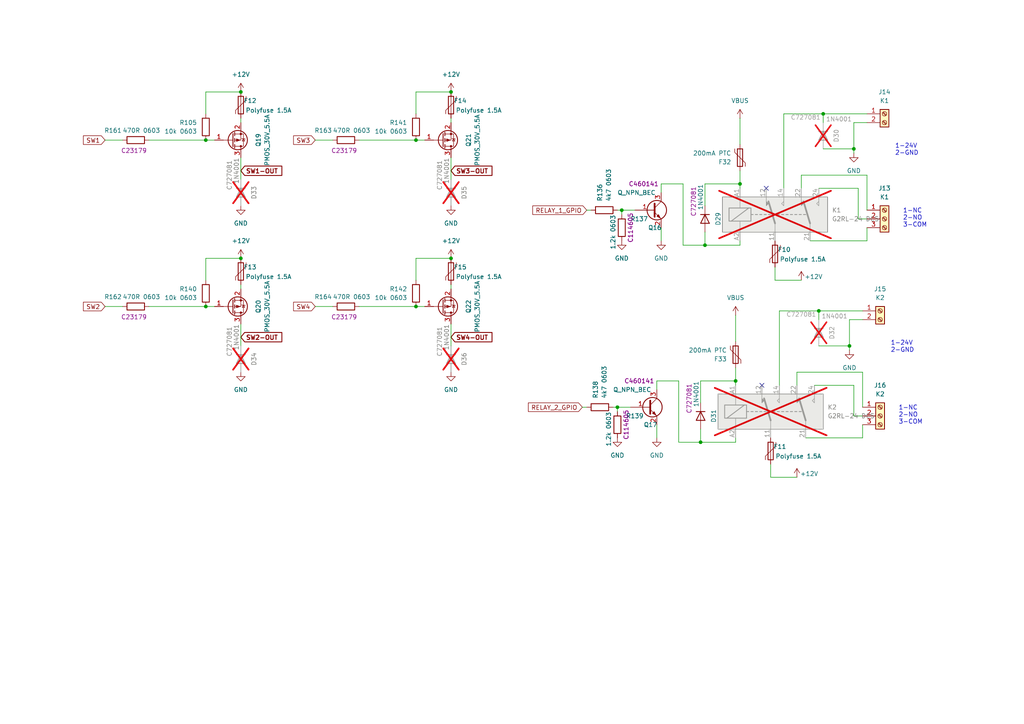
<source format=kicad_sch>
(kicad_sch (version 20250114) (generator "eeschema") (generator_version "9.0")
  (paper "A4")
  (title_block (title "VehicleMan") (date "2025-03-04") (rev "0") (company "©CC-BY-NC") (comment 1 "https://github.com/skrubis/vectrix-vehicleman"))
  (lib_symbols
    (symbol "Connector:Screw_Terminal_01x02" (pin_names (offset 1.016) (hide yes))
      (property "Reference" "J" (at 0 2.54 0))
      (property "Value" "Screw_Terminal_01x02" (at 0 -5.08 0))
      (symbol "Screw_Terminal_01x02_1_1"
        (rectangle (start -1.27 1.27) (end 1.27 -3.81) (stroke (width 0.254)) (fill (type background)))
        (polyline (pts (xy -0.5334 0.3302) (xy 0.3302 -0.508)) (stroke (width 0.1524)))
        (polyline (pts (xy -0.5334 -2.2098) (xy 0.3302 -3.048)) (stroke (width 0.1524)))
        (polyline (pts (xy -0.3556 0.508) (xy 0.508 -0.3302)) (stroke (width 0.1524)))
        (polyline (pts (xy -0.3556 -2.032) (xy 0.508 -2.8702)) (stroke (width 0.1524)))
        (circle (center 0 0) (radius 0.635) (stroke (width 0.1524)))
        (circle (center 0 -2.54) (radius 0.635) (stroke (width 0.1524)))
        (pin passive line (at -5.08 0 0) (length 3.81) (name "Pin_1") (number "1"))
        (pin passive line (at -5.08 -2.54 0) (length 3.81) (name "Pin_2") (number "2"))
      )
    )
    (symbol "Connector:Screw_Terminal_01x03" (pin_names (offset 1.016) (hide yes))
      (property "Reference" "J" (at 0 5.08 0))
      (property "Value" "Screw_Terminal_01x03" (at 0 -5.08 0))
      (symbol "Screw_Terminal_01x03_1_1"
        (rectangle (start -1.27 3.81) (end 1.27 -3.81) (stroke (width 0.254)) (fill (type background)))
        (polyline (pts (xy -0.5334 2.8702) (xy 0.3302 2.032)) (stroke (width 0.1524)))
        (polyline (pts (xy -0.5334 0.3302) (xy 0.3302 -0.508)) (stroke (width 0.1524)))
        (polyline (pts (xy -0.5334 -2.2098) (xy 0.3302 -3.048)) (stroke (width 0.1524)))
        (polyline (pts (xy -0.3556 3.048) (xy 0.508 2.2098)) (stroke (width 0.1524)))
        (polyline (pts (xy -0.3556 0.508) (xy 0.508 -0.3302)) (stroke (width 0.1524)))
        (polyline (pts (xy -0.3556 -2.032) (xy 0.508 -2.8702)) (stroke (width 0.1524)))
        (circle (center 0 2.54) (radius 0.635) (stroke (width 0.1524)))
        (circle (center 0 0) (radius 0.635) (stroke (width 0.1524)))
        (circle (center 0 -2.54) (radius 0.635) (stroke (width 0.1524)))
        (pin passive line (at -5.08 2.54 0) (length 3.81) (name "Pin_1") (number "1"))
        (pin passive line (at -5.08 0 0) (length 3.81) (name "Pin_2") (number "2"))
        (pin passive line (at -5.08 -2.54 0) (length 3.81) (name "Pin_3") (number "3"))
      )
    )
    (symbol "Device:Polyfuse" (pin_numbers (hide yes)) (pin_names (offset 0))
      (property "Reference" "F" (at -2.54 0 90))
      (property "Value" "Polyfuse" (at 2.54 0 90))
      (symbol "Polyfuse_0_1"
        (polyline (pts (xy -1.524 2.54) (xy -1.524 1.524) (xy 1.524 -1.524) (xy 1.524 -2.54)))
        (rectangle (start -0.762 2.54) (end 0.762 -2.54) (stroke (width 0.254)))
        (polyline (pts (xy 0 2.54) (xy 0 -2.54)))
      )
      (symbol "Polyfuse_1_1"
        (pin passive line (at 0 3.81 270) (length 1.27) (name "~") (number "1"))
        (pin passive line (at 0 -3.81 90) (length 1.27) (name "~") (number "2"))
      )
    )
    (symbol "Device:Q_NPN_BEC" (pin_names (offset 0) (hide yes))
      (property "Reference" "Q?" (at 5.08 1.2701 0))
      (property "Value" "Q_NPN_BEC" (at 5.08 -1.2699 0))
      (property "LCSC" "C460141" (at 0 0 0))
      (symbol "Q_NPN_BEC_0_1"
        (polyline (pts (xy 0.635 1.905) (xy 0.635 -1.905) (xy 0.635 -1.905)) (stroke (width 0.508)))
        (polyline (pts (xy 0.635 0.635) (xy 2.54 2.54)))
        (polyline (pts (xy 0.635 -0.635) (xy 2.54 -2.54) (xy 2.54 -2.54)))
        (circle (center 1.27 0) (radius 2.8194) (stroke (width 0.254)))
        (polyline (pts (xy 1.27 -1.778) (xy 1.778 -1.27) (xy 2.286 -2.286) (xy 1.27 -1.778) (xy 1.27 -1.778)) (fill (type outline)))
      )
      (symbol "Q_NPN_BEC_1_1"
        (pin input line (at -5.08 0 0) (length 5.715) (name "B") (number "1"))
        (pin passive line (at 2.54 5.08 270) (length 2.54) (name "C") (number "3"))
        (pin passive line (at 2.54 -5.08 90) (length 2.54) (name "E") (number "2"))
      )
    )
    (symbol "Device:R" (pin_numbers (hide yes)) (pin_names (offset 0))
      (property "Reference" "R?" (at 2.54 1.2701 0))
      (property "Value" "R" (at 2.54 -1.2699 0))
      (property "LCSC" "C2907166" (at 0 0 0))
      (symbol "R_0_1"
        (rectangle (start -1.016 -2.54) (end 1.016 2.54) (stroke (width 0.254)))
      )
      (symbol "R_1_1"
        (pin passive line (at 0 3.81 270) (length 1.27) (name "~") (number "1"))
        (pin passive line (at 0 -3.81 90) (length 1.27) (name "~") (number "2"))
      )
    )
    (symbol "Diode:1N4001" (pin_numbers (hide yes)) (pin_names (offset 1.016) (hide yes))
      (property "Reference" "D?" (at -2.54 2.54 0))
      (property "Value" "1N4001" (at 0 -2.54 0))
      (property "LCSC" "C2898400" (at 0 0 0))
      (symbol "1N4001_0_1"
        (polyline (pts (xy -1.27 1.27) (xy -1.27 -1.27)) (stroke (width 0.254)))
        (polyline (pts (xy 1.27 1.27) (xy 1.27 -1.27) (xy -1.27 0) (xy 1.27 1.27)) (stroke (width 0.254)))
        (polyline (pts (xy 1.27 0) (xy -1.27 0)))
      )
      (symbol "1N4001_1_1"
        (pin passive line (at -3.81 0 0) (length 2.54) (name "K") (number "1"))
        (pin passive line (at 3.81 0 180) (length 2.54) (name "A") (number "2"))
      )
    )
    (symbol "Relay:G2RL-2"
      (property "Reference" "K" (at 16.51 3.81 0))
      (property "Value" "G2RL-2" (at 16.51 1.27 0))
      (symbol "G2RL-2_0_1"
        (rectangle (start -15.24 5.08) (end 15.24 -5.08) (stroke (width 0.254)) (fill (type background)))
        (rectangle (start -13.335 1.905) (end -6.985 -1.905) (stroke (width 0.254)))
        (polyline (pts (xy -12.7 -1.905) (xy -7.62 1.905)) (stroke (width 0.254)))
        (polyline (pts (xy -10.16 5.08) (xy -10.16 1.905)))
        (polyline (pts (xy -10.16 -5.08) (xy -10.16 -1.905)))
        (polyline (pts (xy -6.985 0) (xy -6.35 0)) (stroke (width 0.254)))
        (polyline (pts (xy -5.715 0) (xy -5.08 0)) (stroke (width 0.254)))
        (polyline (pts (xy -4.445 0) (xy -3.81 0)) (stroke (width 0.254)))
        (polyline (pts (xy -3.175 0) (xy -2.54 0)) (stroke (width 0.254)))
        (polyline (pts (xy -2.54 5.08) (xy -2.54 2.54) (xy -1.905 3.175) (xy -2.54 3.81)) (fill (type outline)))
        (polyline (pts (xy -1.905 0) (xy -1.27 0)) (stroke (width 0.254)))
        (polyline (pts (xy -0.635 0) (xy 0 0)) (stroke (width 0.254)))
        (polyline (pts (xy 0 -2.54) (xy -1.905 3.81)) (stroke (width 0.508)))
        (polyline (pts (xy 0 -2.54) (xy 0 -5.08)))
        (polyline (pts (xy 0.635 0) (xy 1.27 0)) (stroke (width 0.254)))
        (polyline (pts (xy 1.905 0) (xy 2.54 0)) (stroke (width 0.254)))
        (polyline (pts (xy 2.54 5.08) (xy 2.54 2.54) (xy 1.905 3.175) (xy 2.54 3.81)))
        (polyline (pts (xy 3.175 0) (xy 3.81 0)) (stroke (width 0.254)))
        (polyline (pts (xy 4.445 0) (xy 5.08 0)) (stroke (width 0.254)))
        (polyline (pts (xy 5.715 0) (xy 6.35 0)) (stroke (width 0.254)))
        (polyline (pts (xy 6.985 0) (xy 7.62 0)) (stroke (width 0.254)))
        (polyline (pts (xy 7.62 5.08) (xy 7.62 2.54) (xy 8.255 3.175) (xy 7.62 3.81)) (fill (type outline)))
        (polyline (pts (xy 8.255 0) (xy 8.89 0)) (stroke (width 0.254)))
        (polyline (pts (xy 10.16 -2.54) (xy 8.255 3.81)) (stroke (width 0.508)))
        (polyline (pts (xy 10.16 -2.54) (xy 10.16 -5.08)))
        (polyline (pts (xy 12.7 5.08) (xy 12.7 2.54) (xy 12.065 3.175) (xy 12.7 3.81)))
      )
      (symbol "G2RL-2_1_1"
        (pin passive line (at -10.16 7.62 270) (length 2.54) (name "~") (number "A1"))
        (pin passive line (at -10.16 -7.62 90) (length 2.54) (name "~") (number "A2"))
        (pin passive line (at -2.54 7.62 270) (length 2.54) (name "~") (number "12"))
        (pin passive line (at 0 -7.62 90) (length 2.54) (name "~") (number "11"))
        (pin passive line (at 2.54 7.62 270) (length 2.54) (name "~") (number "14"))
        (pin passive line (at 7.62 7.62 270) (length 2.54) (name "~") (number "22"))
        (pin passive line (at 10.16 -7.62 90) (length 2.54) (name "~") (number "21"))
        (pin passive line (at 12.7 7.62 270) (length 2.54) (name "~") (number "24"))
      )
    )
    (symbol "Skrubis:Q_PMOS_30V_5.5A_SOT23" (pin_names (offset 0) (hide yes))
      (property "Reference" "Q?" (at 6.35 1.2701 0))
      (property "Value" "Q_PMOS_30V_5.5A_SOT23" (at 6.35 -1.2699 0))
      (property "LCSC" "C105162" (at 0 0 0))
      (property "STOCK" "N" (at 0 0 0))
      (symbol "Q_PMOS_30V_5.5A_SOT23_0_1"
        (polyline (pts (xy 0.254 1.905) (xy 0.254 -1.905)) (stroke (width 0.254)))
        (polyline (pts (xy 0.254 0) (xy -2.54 0)))
        (polyline (pts (xy 0.762 2.286) (xy 0.762 1.27)) (stroke (width 0.254)))
        (polyline (pts (xy 0.762 1.778) (xy 3.302 1.778) (xy 3.302 -1.778) (xy 0.762 -1.778)))
        (polyline (pts (xy 0.762 0.508) (xy 0.762 -0.508)) (stroke (width 0.254)))
        (polyline (pts (xy 0.762 -1.27) (xy 0.762 -2.286)) (stroke (width 0.254)))
        (circle (center 1.651 0) (radius 2.794) (stroke (width 0.254)))
        (polyline (pts (xy 2.286 0) (xy 1.27 0.381) (xy 1.27 -0.381) (xy 2.286 0)) (fill (type outline)))
        (polyline (pts (xy 2.54 2.54) (xy 2.54 1.778)))
        (circle (center 2.54 1.778) (radius 0.254) (fill (type outline)))
        (circle (center 2.54 -1.778) (radius 0.254) (fill (type outline)))
        (polyline (pts (xy 2.54 -2.54) (xy 2.54 0) (xy 0.762 0)))
        (polyline (pts (xy 2.794 -0.508) (xy 2.921 -0.381) (xy 3.683 -0.381) (xy 3.81 -0.254)))
        (polyline (pts (xy 3.302 -0.381) (xy 2.921 0.254) (xy 3.683 0.254) (xy 3.302 -0.381)))
      )
      (symbol "Q_PMOS_30V_5.5A_SOT23_1_1"
        (pin input line (at -5.08 0 0) (length 2.54) (name "G") (number "1"))
        (pin passive line (at 2.54 5.08 270) (length 2.54) (name "D") (number "3"))
        (pin passive line (at 2.54 -5.08 90) (length 2.54) (name "S") (number "2"))
      )
    )
    (symbol "power:+12V" (power) (pin_numbers (hide yes)) (pin_names (offset 0) (hide yes))
      (property "Value" "+12V" (at 0 3.556 0))
      (symbol "+12V_0_1"
        (polyline (pts (xy -0.762 1.27) (xy 0 2.54)))
        (polyline (pts (xy 0 2.54) (xy 0.762 1.27)))
        (polyline (pts (xy 0 0) (xy 0 2.54)))
      )
      (symbol "+12V_1_1"
        (pin power_in line (at 0 0 90) (length 0) (name "~") (number "1"))
      )
    )
    (symbol "power:GND" (power) (pin_names (offset 0))
      (property "Value" "GND" (at 0 -3.81 0))
      (symbol "GND_0_1"
        (polyline (pts (xy 0 0) (xy 0 -1.27) (xy 1.27 -1.27) (xy 0 -2.54) (xy -1.27 -1.27) (xy 0 -1.27)))
      )
      (symbol "GND_1_1"
        (pin power_in line (at 0 0 270) (length 0) (hide yes) (name "GND") (number "1"))
      )
    )
    (symbol "power:VBUS" (power) (pin_numbers (hide yes)) (pin_names (offset 0) (hide yes))
      (property "Value" "VBUS" (at 0 3.556 0))
      (symbol "VBUS_0_1"
        (polyline (pts (xy -0.762 1.27) (xy 0 2.54)))
        (polyline (pts (xy 0 2.54) (xy 0.762 1.27)))
        (polyline (pts (xy 0 0) (xy 0 2.54)))
      )
      (symbol "VBUS_1_1"
        (pin power_in line (at 0 0 90) (length 0) (name "~") (number "1"))
      )
    )
  )
  (text "1-NC\n2-NO\n3-COM\n" (at 260.604 123.19 0) (effects (font (size 1.27 1.27)) (justify left bottom)))
  (text "1-NC\n2-NO\n3-COM\n" (at 261.874 66.04 0) (effects (font (size 1.27 1.27)) (justify left bottom)))
  (text "1-24V\n2-GND" (at 259.588 45.212 0) (effects (font (size 1.27 1.27)) (justify left bottom)))
  (text "1-24V\n2-GND" (at 258.318 102.362 0) (effects (font (size 1.27 1.27)) (justify left bottom)))
  (junction (at 59.69 40.64))
  (junction (at 120.65 88.9))
  (junction (at 213.36 110.49))
  (junction (at 130.81 26.67))
  (junction (at 204.47 71.12))
  (junction (at 69.85 26.67))
  (junction (at 179.07 118.11))
  (junction (at 130.81 74.93))
  (junction (at 203.2 128.27))
  (junction (at 247.65 43.18))
  (junction (at 237.49 90.17))
  (junction (at 238.76 33.02))
  (junction (at 214.63 53.34))
  (junction (at 120.65 40.64))
  (junction (at 246.38 100.33))
  (junction (at 59.69 88.9))
  (junction (at 69.85 74.93))
  (junction (at 180.34 60.96))
  (no_connect (at 220.98 111.76))
  (no_connect (at 222.25 54.61))
  (wire (pts (xy 69.85 34.29) (xy 69.85 35.56)))
  (wire (pts (xy 223.52 138.43) (xy 223.52 134.62)))
  (wire (pts (xy 227.33 33.02) (xy 238.76 33.02)))
  (wire (pts (xy 43.18 40.64) (xy 59.69 40.64)))
  (wire (pts (xy 69.85 52.07) (xy 69.85 45.72)))
  (wire (pts (xy 232.41 54.61) (xy 232.41 50.8)))
  (wire (pts (xy 120.65 33.02) (xy 120.65 26.67)))
  (wire (pts (xy 180.34 60.96) (xy 184.15 60.96)))
  (wire (pts (xy 213.36 106.68) (xy 213.36 110.49)))
  (wire (pts (xy 247.65 35.56) (xy 251.46 35.56)))
  (wire (pts (xy 104.14 40.64) (xy 120.65 40.64)))
  (wire (pts (xy 120.65 40.64) (xy 123.19 40.64)))
  (wire (pts (xy 226.06 90.17) (xy 226.06 111.76)))
  (wire (pts (xy 236.22 111.76) (xy 247.65 111.76)))
  (wire (pts (xy 120.65 81.28) (xy 120.65 74.93)))
  (wire (pts (xy 214.63 49.53) (xy 214.63 53.34)))
  (wire (pts (xy 191.77 53.34) (xy 198.12 53.34)))
  (wire (pts (xy 238.76 33.02) (xy 238.76 35.56)))
  (wire (pts (xy 204.47 67.31) (xy 204.47 71.12)))
  (wire (pts (xy 227.33 33.02) (xy 227.33 54.61)))
  (wire (pts (xy 232.41 50.8) (xy 251.46 50.8)))
  (wire (pts (xy 203.2 110.49) (xy 203.2 116.84)))
  (wire (pts (xy 251.46 69.85) (xy 251.46 66.04)))
  (wire (pts (xy 247.65 43.18) (xy 247.65 44.45)))
  (wire (pts (xy 120.65 26.67) (xy 130.81 26.67)))
  (wire (pts (xy 246.38 92.71) (xy 250.19 92.71)))
  (wire (pts (xy 203.2 124.46) (xy 203.2 128.27)))
  (wire (pts (xy 179.07 60.96) (xy 180.34 60.96)))
  (wire (pts (xy 130.81 82.55) (xy 130.81 83.82)))
  (wire (pts (xy 238.76 43.18) (xy 247.65 43.18)))
  (wire (pts (xy 170.18 60.96) (xy 171.45 60.96)))
  (wire (pts (xy 91.44 40.64) (xy 96.52 40.64)))
  (wire (pts (xy 196.85 110.49) (xy 196.85 128.27)))
  (wire (pts (xy 251.46 50.8) (xy 251.46 60.96)))
  (wire (pts (xy 237.49 90.17) (xy 250.19 90.17)))
  (wire (pts (xy 179.07 118.11) (xy 182.88 118.11)))
  (wire (pts (xy 213.36 128.27) (xy 213.36 127)))
  (wire (pts (xy 104.14 88.9) (xy 120.65 88.9)))
  (wire (pts (xy 69.85 82.55) (xy 69.85 83.82)))
  (wire (pts (xy 59.69 88.9) (xy 62.23 88.9)))
  (wire (pts (xy 234.95 69.85) (xy 251.46 69.85)))
  (wire (pts (xy 226.06 90.17) (xy 237.49 90.17)))
  (wire (pts (xy 59.69 74.93) (xy 69.85 74.93)))
  (wire (pts (xy 237.49 90.17) (xy 237.49 92.71)))
  (wire (pts (xy 190.5 110.49) (xy 190.5 113.03)))
  (wire (pts (xy 91.44 88.9) (xy 96.52 88.9)))
  (wire (pts (xy 179.07 118.11) (xy 179.07 119.38)))
  (wire (pts (xy 190.5 123.19) (xy 190.5 127)))
  (wire (pts (xy 246.38 100.33) (xy 246.38 92.71)))
  (wire (pts (xy 213.36 91.44) (xy 213.36 99.06)))
  (wire (pts (xy 30.48 88.9) (xy 35.56 88.9)))
  (wire (pts (xy 30.48 40.64) (xy 35.56 40.64)))
  (wire (pts (xy 213.36 110.49) (xy 213.36 111.76)))
  (wire (pts (xy 248.92 63.5) (xy 251.46 63.5)))
  (wire (pts (xy 180.34 60.96) (xy 180.34 62.23)))
  (wire (pts (xy 59.69 40.64) (xy 62.23 40.64)))
  (wire (pts (xy 204.47 71.12) (xy 214.63 71.12)))
  (wire (pts (xy 204.47 53.34) (xy 204.47 59.69)))
  (wire (pts (xy 196.85 128.27) (xy 203.2 128.27)))
  (wire (pts (xy 247.65 111.76) (xy 247.65 120.65)))
  (wire (pts (xy 59.69 33.02) (xy 59.69 26.67)))
  (wire (pts (xy 224.79 81.28) (xy 224.79 77.47)))
  (wire (pts (xy 250.19 107.95) (xy 250.19 118.11)))
  (wire (pts (xy 237.49 54.61) (xy 248.92 54.61)))
  (wire (pts (xy 203.2 128.27) (xy 213.36 128.27)))
  (wire (pts (xy 177.8 118.11) (xy 179.07 118.11)))
  (wire (pts (xy 214.63 53.34) (xy 214.63 54.61)))
  (wire (pts (xy 59.69 81.28) (xy 59.69 74.93)))
  (wire (pts (xy 203.2 110.49) (xy 213.36 110.49)))
  (wire (pts (xy 130.81 52.07) (xy 130.81 45.72)))
  (wire (pts (xy 214.63 34.29) (xy 214.63 41.91)))
  (wire (pts (xy 237.49 100.33) (xy 246.38 100.33)))
  (wire (pts (xy 168.91 118.11) (xy 170.18 118.11)))
  (wire (pts (xy 69.85 100.33) (xy 69.85 93.98)))
  (wire (pts (xy 191.77 66.04) (xy 191.77 69.85)))
  (wire (pts (xy 238.76 33.02) (xy 251.46 33.02)))
  (wire (pts (xy 191.77 53.34) (xy 191.77 55.88)))
  (wire (pts (xy 247.65 43.18) (xy 247.65 35.56)))
  (wire (pts (xy 223.52 138.43) (xy 231.14 138.43)))
  (wire (pts (xy 59.69 26.67) (xy 69.85 26.67)))
  (wire (pts (xy 224.79 81.28) (xy 232.41 81.28)))
  (wire (pts (xy 204.47 53.34) (xy 214.63 53.34)))
  (wire (pts (xy 233.68 127) (xy 250.19 127)))
  (wire (pts (xy 250.19 127) (xy 250.19 123.19)))
  (wire (pts (xy 248.92 54.61) (xy 248.92 63.5)))
  (wire (pts (xy 43.18 88.9) (xy 59.69 88.9)))
  (wire (pts (xy 120.65 74.93) (xy 130.81 74.93)))
  (wire (pts (xy 130.81 100.33) (xy 130.81 93.98)))
  (wire (pts (xy 120.65 88.9) (xy 123.19 88.9)))
  (wire (pts (xy 247.65 120.65) (xy 250.19 120.65)))
  (wire (pts (xy 198.12 53.34) (xy 198.12 71.12)))
  (wire (pts (xy 214.63 71.12) (xy 214.63 69.85)))
  (wire (pts (xy 231.14 107.95) (xy 250.19 107.95)))
  (wire (pts (xy 198.12 71.12) (xy 204.47 71.12)))
  (wire (pts (xy 130.81 34.29) (xy 130.81 35.56)))
  (wire (pts (xy 190.5 110.49) (xy 196.85 110.49)))
  (wire (pts (xy 246.38 100.33) (xy 246.38 101.6)))
  (wire (pts (xy 231.14 111.76) (xy 231.14 107.95)))
  (global_label "SW2" (shape input) (at 30.48 88.9 180) (property "Intersheetrefs" "${INTERSHEET_REFS}" (effects (hide yes))))
  (global_label "RELAY_1_GPIO" (shape input) (at 170.18 60.96 180) (property "Intersheetrefs" "${INTERSHEET_REFS}" (effects (hide yes))))
  (global_label "SW2-OUT" (shape input) (at 69.85 97.79 0) (effects (font (thickness 0.254) (bold yes))) (property "Intersheetrefs" "${INTERSHEET_REFS}" (effects (hide yes))))
  (global_label "SW1-OUT" (shape input) (at 69.85 49.53 0) (effects (font (thickness 0.254) (bold yes))) (property "Intersheetrefs" "${INTERSHEET_REFS}" (effects (hide yes))))
  (global_label "SW1" (shape input) (at 30.48 40.64 180) (property "Intersheetrefs" "${INTERSHEET_REFS}" (effects (hide yes))))
  (global_label "RELAY_2_GPIO" (shape input) (at 168.91 118.11 180) (property "Intersheetrefs" "${INTERSHEET_REFS}" (effects (hide yes))))
  (global_label "SW4" (shape input) (at 91.44 88.9 180) (property "Intersheetrefs" "${INTERSHEET_REFS}" (effects (hide yes))))
  (global_label "SW4-OUT" (shape input) (at 130.81 97.79 0) (effects (font (thickness 0.254) (bold yes))) (property "Intersheetrefs" "${INTERSHEET_REFS}" (effects (hide yes))))
  (global_label "SW3" (shape input) (at 91.44 40.64 180) (property "Intersheetrefs" "${INTERSHEET_REFS}" (effects (hide yes))))
  (global_label "SW3-OUT" (shape input) (at 130.81 49.53 0) (effects (font (thickness 0.254) (bold yes))) (property "Intersheetrefs" "${INTERSHEET_REFS}" (effects (hide yes))))
  (symbol (lib_id "Device:R") (at 59.69 85.09 0) (mirror y) (unit 1)
    (property "Reference" "R140" (at 57.15 83.8199 0) (effects (justify left)))
    (property "Value" "10k 0603" (at 57.15 86.3599 0) (effects (justify left)))
    (property "Footprint" "Resistor_SMD:R_0603_1608Metric" (effects (hide yes)))
    (property "Description" "Resistor" (effects (hide yes)))
    (property "LCSC" "C2930027" (effects (hide yes)))
  )
  (symbol (lib_id "Skrubis:Q_PMOS_30V_5.5A_SOT23") (at 67.31 88.9 0) (mirror x) (unit 1)
    (property "Reference" "Q20" (at 74.93 88.9 90))
    (property "Value" "PMOS_30V_5.5A" (at 77.47 88.9 90))
    (property "Footprint" "Package_TO_SOT_SMD:SOT-23" (effects (hide yes)))
    (property "Datasheet" "https://datasheet.lcsc.com/lcsc/1810010212_Winsok-Semicon-WST3401_C105162.pdf" (effects (hide yes)))
    (property "LCSC" "C105162" (effects (hide yes)))
    (property "STOCK" "N" (effects (hide yes)))
  )
  (symbol (lib_id "Connector:Screw_Terminal_01x02") (at 256.54 33.02 0) (unit 1)
    (property "Reference" "J14" (at 256.54 26.67 0))
    (property "Value" "K1" (at 256.54 29.21 0))
    (property "Footprint" "TerminalBlock_Phoenix:TerminalBlock_Phoenix_MKDS-1,5-2-5.08_1x02_P5.08mm_Horizontal" (effects (hide yes)))
    (property "Description" "Generic screw terminal, single row, 01x02, script generated (kicad-library-utils/schlib/autogen/connector/)" (effects (hide yes)))
    (property "LCSC" "C8465" (effects (hide yes)))
  )
  (symbol (lib_id "power:GND") (at 179.07 127 0) (unit 1)
    (property "Reference" "#PWR0125" (effects (hide yes)))
    (property "Value" "GND" (at 179.07 132.08 0))
  )
  (symbol (lib_id "Device:R") (at 175.26 60.96 90) (unit 1)
    (property "Reference" "R136" (at 173.9899 58.42 0) (effects (justify left)))
    (property "Value" "4k7 0603" (at 176.5299 58.42 0) (effects (justify left)))
    (property "Footprint" "Resistor_SMD:R_0603_1608Metric" (effects (hide yes)))
    (property "Description" "Resistor" (effects (hide yes)))
    (property "LCSC" "C99782" (effects (hide yes)))
  )
  (symbol (lib_id "Device:R") (at 173.99 118.11 90) (unit 1)
    (property "Reference" "R138" (at 172.7199 115.57 0) (effects (justify left)))
    (property "Value" "4k7 0603" (at 175.2599 115.57 0) (effects (justify left)))
    (property "Footprint" "Resistor_SMD:R_0603_1608Metric" (effects (hide yes)))
    (property "Description" "Resistor" (effects (hide yes)))
    (property "LCSC" "C99782" (effects (hide yes)))
  )
  (symbol (lib_id "Connector:Screw_Terminal_01x02") (at 255.27 90.17 0) (unit 1)
    (property "Reference" "J15" (at 255.27 83.82 0))
    (property "Value" "K2" (at 255.27 86.36 0))
    (property "Footprint" "TerminalBlock_Phoenix:TerminalBlock_Phoenix_MKDS-1,5-2-5.08_1x02_P5.08mm_Horizontal" (effects (hide yes)))
    (property "Description" "Generic screw terminal, single row, 01x02, script generated (kicad-library-utils/schlib/autogen/connector/)" (effects (hide yes)))
    (property "LCSC" "C8465" (effects (hide yes)))
  )
  (symbol (lib_id "Device:R") (at 39.37 40.64 270) (unit 1)
    (property "Reference" "R161" (at 30.226 37.846 90) (effects (justify left)))
    (property "Value" "470R 0603" (at 35.56 37.846 90) (effects (justify left)))
    (property "Footprint" "Resistor_SMD:R_0603_1608Metric" (effects (hide yes)))
    (property "LCSC" "C23179" (at 38.862 43.688 90))
  )
  (symbol (lib_id "Device:R") (at 100.33 40.64 270) (unit 1)
    (property "Reference" "R163" (at 91.186 37.846 90) (effects (justify left)))
    (property "Value" "470R 0603" (at 96.52 37.846 90) (effects (justify left)))
    (property "Footprint" "Resistor_SMD:R_0603_1608Metric" (effects (hide yes)))
    (property "LCSC" "C23179" (at 99.822 43.688 90))
  )
  (symbol (lib_id "power:+12V") (at 130.81 74.93 0) (unit 1)
    (property "Reference" "#PWR0140" (effects (hide yes)))
    (property "Value" "+12V" (at 130.81 69.85 0))
    (property "Description" "Power symbol creates a global label with name \"+12V\"" (effects (hide yes)))
  )
  (symbol (lib_id "Device:R") (at 120.65 85.09 0) (mirror y) (unit 1)
    (property "Reference" "R142" (at 118.11 83.8199 0) (effects (justify left)))
    (property "Value" "10k 0603" (at 118.11 86.3599 0) (effects (justify left)))
    (property "Footprint" "Resistor_SMD:R_0603_1608Metric" (effects (hide yes)))
    (property "Description" "Resistor" (effects (hide yes)))
    (property "LCSC" "C2930027" (effects (hide yes)))
  )
  (symbol (lib_id "Diode:1N4001") (at 203.2 120.65 270) (unit 1)
    (property "Reference" "D31" (at 207.01 120.65 0))
    (property "Value" "1N4001" (at 201.93 114.3 0))
    (property "Footprint" "Diode_SMD:D_SMA" (effects (hide yes)))
    (property "Datasheet" "http://www.vishay.com/docs/88503/1n4001.pdf" (effects (hide yes)))
    (property "LCSC" "C727081" (at 199.898 115.57 0))
  )
  (symbol (lib_id "power:VBUS") (at 213.36 91.44 0) (unit 1)
    (property "Reference" "#PWR0122" (effects (hide yes)))
    (property "Value" "VBUS" (at 213.36 86.36 0))
    (property "Description" "Power symbol creates a global label with name \"VBUS\"" (effects (hide yes)))
  )
  (symbol (lib_id "power:VBUS") (at 214.63 34.29 0) (unit 1)
    (property "Reference" "#PWR0120" (effects (hide yes)))
    (property "Value" "VBUS" (at 214.63 29.21 0))
    (property "Description" "Power symbol creates a global label with name \"VBUS\"" (effects (hide yes)))
  )
  (symbol (lib_id "Device:R") (at 39.37 88.9 270) (unit 1)
    (property "Reference" "R162" (at 30.226 86.106 90) (effects (justify left)))
    (property "Value" "470R 0603" (at 35.56 86.106 90) (effects (justify left)))
    (property "Footprint" "Resistor_SMD:R_0603_1608Metric" (effects (hide yes)))
    (property "LCSC" "C23179" (at 38.862 91.948 90))
  )
  (symbol (lib_id "Device:Polyfuse") (at 69.85 78.74 0) (mirror x) (unit 1)
    (property "Reference" "F13" (at 74.422 77.47 0) (effects (justify right)))
    (property "Value" "Polyfuse 1.5A" (at 84.582 80.264 0) (effects (justify right)))
    (property "Footprint" "Fuse:Fuse_1812_4532Metric" (effects (hide yes)))
    (property "Description" "Resettable fuse, polymeric positive temperature coefficient" (effects (hide yes)))
    (property "LCSC" "C883154" (effects (hide yes)))
  )
  (symbol (lib_id "Diode:1N4001") (at 238.76 39.37 270) (unit 1) (dnp yes)
    (property "Reference" "D30" (at 242.57 39.37 0))
    (property "Value" "1N4001" (at 243.332 34.544 90))
    (property "Footprint" "Diode_SMD:D_SMA" (effects (hide yes)))
    (property "Datasheet" "http://www.vishay.com/docs/88503/1n4001.pdf" (effects (hide yes)))
    (property "LCSC" "C727081" (at 233.68 34.036 90))
  )
  (symbol (lib_id "power:+12V") (at 69.85 74.93 0) (unit 1)
    (property "Reference" "#PWR0136" (effects (hide yes)))
    (property "Value" "+12V" (at 69.85 69.85 0))
    (property "Description" "Power symbol creates a global label with name \"+12V\"" (effects (hide yes)))
  )
  (symbol (lib_id "Device:R") (at 100.33 88.9 270) (unit 1)
    (property "Reference" "R164" (at 91.186 86.106 90) (effects (justify left)))
    (property "Value" "470R 0603" (at 96.52 86.106 90) (effects (justify left)))
    (property "Footprint" "Resistor_SMD:R_0603_1608Metric" (effects (hide yes)))
    (property "LCSC" "C23179" (at 99.822 91.948 90))
  )
  (symbol (lib_id "power:GND") (at 130.81 59.69 0) (unit 1)
    (property "Reference" "#PWR0139" (effects (hide yes)))
    (property "Value" "GND" (at 130.81 64.77 0))
  )
  (symbol (lib_id "Diode:1N4001") (at 130.81 55.88 270) (unit 1) (dnp yes)
    (property "Reference" "D35" (at 134.62 55.88 0))
    (property "Value" "1N4001" (at 129.54 49.53 0))
    (property "Footprint" "Diode_SMD:D_SMA" (effects (hide yes)))
    (property "Datasheet" "http://www.vishay.com/docs/88503/1n4001.pdf" (effects (hide yes)))
    (property "LCSC" "C727081" (at 127.508 50.8 0))
  )
  (symbol (lib_id "Relay:G2RL-2") (at 223.52 119.38 0) (unit 1) (dnp yes)
    (property "Reference" "K2" (at 240.03 118.1099 0) (effects (justify left)))
    (property "Value" "G2RL-24 DC5" (at 240.03 120.6499 0) (effects (justify left)))
    (property "Footprint" "Relay_THT:Relay_DPDT_Omron_G2RL-2" (effects (hide yes)))
    (property "Datasheet" "https://omronfs.omron.com/en_US/ecb/products/pdf/en-g2rl.pdf" (effects (hide yes)))
    (property "Description" "General Purpose Low Profile Relay DPDT Through Hole, Omron G2RL series, 8A 250VAC" (effects (hide yes)))
    (property "LCSC" "C6866153" (effects (hide yes)))
  )
  (symbol (lib_id "Diode:1N4001") (at 130.81 104.14 270) (unit 1) (dnp yes)
    (property "Reference" "D36" (at 134.62 104.14 0))
    (property "Value" "1N4001" (at 129.54 97.79 0))
    (property "Footprint" "Diode_SMD:D_SMA" (effects (hide yes)))
    (property "Datasheet" "http://www.vishay.com/docs/88503/1n4001.pdf" (effects (hide yes)))
    (property "LCSC" "C727081" (at 127.508 99.06 0))
  )
  (symbol (lib_id "Device:R") (at 179.07 123.19 0) (mirror y) (unit 1)
    (property "Reference" "R139" (at 186.69 120.65 0) (effects (justify left)))
    (property "Value" "1.2k 0603" (at 176.53 129.54 90) (effects (justify left)))
    (property "Footprint" "Resistor_SMD:R_0603_1608Metric" (effects (hide yes)))
    (property "LCSC" "C114605" (at 181.61 123.19 90))
  )
  (symbol (lib_id "Diode:1N4001") (at 237.49 96.52 270) (unit 1) (dnp yes)
    (property "Reference" "D32" (at 241.3 96.52 0))
    (property "Value" "1N4001" (at 242.062 91.694 90))
    (property "Footprint" "Diode_SMD:D_SMA" (effects (hide yes)))
    (property "Datasheet" "http://www.vishay.com/docs/88503/1n4001.pdf" (effects (hide yes)))
    (property "LCSC" "C727081" (at 232.41 91.186 90))
  )
  (symbol (lib_id "Skrubis:Q_PMOS_30V_5.5A_SOT23") (at 128.27 40.64 0) (mirror x) (unit 1)
    (property "Reference" "Q21" (at 135.89 40.64 90))
    (property "Value" "PMOS_30V_5.5A" (at 138.43 40.64 90))
    (property "Footprint" "Package_TO_SOT_SMD:SOT-23" (effects (hide yes)))
    (property "Datasheet" "https://datasheet.lcsc.com/lcsc/1810010212_Winsok-Semicon-WST3401_C105162.pdf" (effects (hide yes)))
    (property "LCSC" "C105162" (effects (hide yes)))
    (property "STOCK" "N" (effects (hide yes)))
  )
  (symbol (lib_id "Device:Polyfuse") (at 224.79 73.66 0) (mirror x) (unit 1)
    (property "Reference" "F10" (at 229.362 72.39 0) (effects (justify right)))
    (property "Value" "Polyfuse 1.5A" (at 239.522 75.184 0) (effects (justify right)))
    (property "Footprint" "Fuse:Fuse_1812_4532Metric" (effects (hide yes)))
    (property "Description" "Resettable fuse, polymeric positive temperature coefficient" (effects (hide yes)))
    (property "LCSC" "C883154" (effects (hide yes)))
  )
  (symbol (lib_id "Device:Polyfuse") (at 213.36 102.87 180) (unit 1)
    (property "Reference" "F33" (at 210.82 104.14 0) (effects (justify left)))
    (property "Value" "200mA PTC" (at 210.82 101.6 0) (effects (justify left)))
    (property "Footprint" "Fuse:Fuse_0805_2012Metric" (effects (hide yes)))
    (property "LCSC" "C2840556" (effects (hide yes)))
  )
  (symbol (lib_id "power:+12V") (at 232.41 81.28 0) (unit 1)
    (property "Reference" "#PWR0121" (effects (hide yes)))
    (property "Value" "+12V" (at 235.966 80.264 0))
    (property "Description" "Power symbol creates a global label with name \"+12V\"" (effects (hide yes)))
  )
  (symbol (lib_id "power:GND") (at 180.34 69.85 0) (unit 1)
    (property "Reference" "#PWR0123" (effects (hide yes)))
    (property "Value" "GND" (at 180.34 74.93 0))
  )
  (symbol (lib_id "Device:R") (at 59.69 36.83 0) (mirror y) (unit 1)
    (property "Reference" "R105" (at 57.15 35.5599 0) (effects (justify left)))
    (property "Value" "10k 0603" (at 57.15 38.0999 0) (effects (justify left)))
    (property "Footprint" "Resistor_SMD:R_0603_1608Metric" (effects (hide yes)))
    (property "Description" "Resistor" (effects (hide yes)))
    (property "LCSC" "C2930027" (effects (hide yes)))
  )
  (symbol (lib_id "Device:R") (at 180.34 66.04 0) (mirror y) (unit 1)
    (property "Reference" "R137" (at 187.96 63.5 0) (effects (justify left)))
    (property "Value" "1.2k 0603" (at 177.8 72.39 90) (effects (justify left)))
    (property "Footprint" "Resistor_SMD:R_0603_1608Metric" (effects (hide yes)))
    (property "LCSC" "C114605" (at 182.88 66.04 90))
  )
  (symbol (lib_id "Skrubis:Q_PMOS_30V_5.5A_SOT23") (at 67.31 40.64 0) (mirror x) (unit 1)
    (property "Reference" "Q19" (at 74.93 40.64 90))
    (property "Value" "PMOS_30V_5.5A" (at 77.47 40.64 90))
    (property "Footprint" "Package_TO_SOT_SMD:SOT-23" (effects (hide yes)))
    (property "Datasheet" "https://datasheet.lcsc.com/lcsc/1810010212_Winsok-Semicon-WST3401_C105162.pdf" (effects (hide yes)))
    (property "LCSC" "C105162" (effects (hide yes)))
    (property "STOCK" "N" (effects (hide yes)))
  )
  (symbol (lib_id "Connector:Screw_Terminal_01x03") (at 255.27 120.65 0) (unit 1)
    (property "Reference" "J16" (at 255.27 111.76 0))
    (property "Value" "K2" (at 255.27 114.3 0))
    (property "Footprint" "TerminalBlock_Phoenix:TerminalBlock_Phoenix_MKDS-1,5-3-5.08_1x03_P5.08mm_Horizontal" (effects (hide yes)))
    (property "Description" "Generic screw terminal, single row, 01x03, script generated (kicad-library-utils/schlib/autogen/connector/)" (effects (hide yes)))
    (property "LCSC" "C72334" (effects (hide yes)))
  )
  (symbol (lib_id "power:GND") (at 69.85 107.95 0) (unit 1)
    (property "Reference" "#PWR0137" (effects (hide yes)))
    (property "Value" "GND" (at 69.85 113.03 0))
  )
  (symbol (lib_id "Diode:1N4001") (at 204.47 63.5 270) (unit 1)
    (property "Reference" "D29" (at 208.28 63.5 0))
    (property "Value" "1N4001" (at 203.2 57.15 0))
    (property "Footprint" "Diode_SMD:D_SMA" (effects (hide yes)))
    (property "Datasheet" "http://www.vishay.com/docs/88503/1n4001.pdf" (effects (hide yes)))
    (property "LCSC" "C727081" (at 201.168 58.42 0))
  )
  (symbol (lib_id "Device:Polyfuse") (at 130.81 78.74 0) (mirror x) (unit 1)
    (property "Reference" "F15" (at 135.382 77.47 0) (effects (justify right)))
    (property "Value" "Polyfuse 1.5A" (at 145.542 80.264 0) (effects (justify right)))
    (property "Footprint" "Fuse:Fuse_1812_4532Metric" (effects (hide yes)))
    (property "Description" "Resettable fuse, polymeric positive temperature coefficient" (effects (hide yes)))
    (property "LCSC" "C883154" (effects (hide yes)))
  )
  (symbol (lib_id "power:+12V") (at 130.81 26.67 0) (unit 1)
    (property "Reference" "#PWR0138" (effects (hide yes)))
    (property "Value" "+12V" (at 130.81 21.59 0))
    (property "Description" "Power symbol creates a global label with name \"+12V\"" (effects (hide yes)))
  )
  (symbol (lib_id "Device:Polyfuse") (at 223.52 130.81 0) (mirror x) (unit 1)
    (property "Reference" "F11" (at 228.092 129.54 0) (effects (justify right)))
    (property "Value" "Polyfuse 1.5A" (at 238.252 132.334 0) (effects (justify right)))
    (property "Footprint" "Fuse:Fuse_1812_4532Metric" (effects (hide yes)))
    (property "Description" "Resettable fuse, polymeric positive temperature coefficient" (effects (hide yes)))
    (property "LCSC" "C883154" (effects (hide yes)))
  )
  (symbol (lib_id "Skrubis:Q_PMOS_30V_5.5A_SOT23") (at 128.27 88.9 0) (mirror x) (unit 1)
    (property "Reference" "Q22" (at 135.89 88.9 90))
    (property "Value" "PMOS_30V_5.5A" (at 138.43 88.9 90))
    (property "Footprint" "Package_TO_SOT_SMD:SOT-23" (effects (hide yes)))
    (property "Datasheet" "https://datasheet.lcsc.com/lcsc/1810010212_Winsok-Semicon-WST3401_C105162.pdf" (effects (hide yes)))
    (property "LCSC" "C105162" (effects (hide yes)))
    (property "STOCK" "N" (effects (hide yes)))
  )
  (symbol (lib_id "Diode:1N4001") (at 69.85 104.14 270) (unit 1) (dnp yes)
    (property "Reference" "D34" (at 73.66 104.14 0))
    (property "Value" "1N4001" (at 68.58 97.79 0))
    (property "Footprint" "Diode_SMD:D_SMA" (effects (hide yes)))
    (property "Datasheet" "http://www.vishay.com/docs/88503/1n4001.pdf" (effects (hide yes)))
    (property "LCSC" "C727081" (at 66.548 99.06 0))
  )
  (symbol (lib_id "power:GND") (at 130.81 107.95 0) (unit 1)
    (property "Reference" "#PWR0141" (effects (hide yes)))
    (property "Value" "GND" (at 130.81 113.03 0))
  )
  (symbol (lib_id "Device:Polyfuse") (at 130.81 30.48 0) (mirror x) (unit 1)
    (property "Reference" "F14" (at 135.382 29.21 0) (effects (justify right)))
    (property "Value" "Polyfuse 1.5A" (at 145.542 32.004 0) (effects (justify right)))
    (property "Footprint" "Fuse:Fuse_1812_4532Metric" (effects (hide yes)))
    (property "Description" "Resettable fuse, polymeric positive temperature coefficient" (effects (hide yes)))
    (property "LCSC" "C883154" (effects (hide yes)))
  )
  (symbol (lib_id "power:+12V") (at 69.85 26.67 0) (unit 1)
    (property "Reference" "#PWR0135" (effects (hide yes)))
    (property "Value" "+12V" (at 69.85 21.59 0))
    (property "Description" "Power symbol creates a global label with name \"+12V\"" (effects (hide yes)))
  )
  (symbol (lib_id "Relay:G2RL-2") (at 224.79 62.23 0) (unit 1) (dnp yes)
    (property "Reference" "K1" (at 241.3 60.9599 0) (effects (justify left)))
    (property "Value" "G2RL-24 DC5" (at 241.3 63.4999 0) (effects (justify left)))
    (property "Footprint" "Relay_THT:Relay_DPDT_Omron_G2RL-2" (effects (hide yes)))
    (property "Datasheet" "https://omronfs.omron.com/en_US/ecb/products/pdf/en-g2rl.pdf" (effects (hide yes)))
    (property "Description" "General Purpose Low Profile Relay DPDT Through Hole, Omron G2RL series, 8A 250VAC" (effects (hide yes)))
    (property "LCSC" "C6866153" (effects (hide yes)))
  )
  (symbol (lib_id "power:GND") (at 190.5 127 0) (unit 1)
    (property "Reference" "#PWR0126" (effects (hide yes)))
    (property "Value" "GND" (at 190.5 132.08 0))
  )
  (symbol (lib_id "power:+12V") (at 231.14 138.43 0) (unit 1)
    (property "Reference" "#PWR0128" (effects (hide yes)))
    (property "Value" "+12V" (at 234.696 137.414 0))
    (property "Description" "Power symbol creates a global label with name \"+12V\"" (effects (hide yes)))
  )
  (symbol (lib_id "Device:R") (at 120.65 36.83 0) (mirror y) (unit 1)
    (property "Reference" "R141" (at 118.11 35.5599 0) (effects (justify left)))
    (property "Value" "10k 0603" (at 118.11 38.0999 0) (effects (justify left)))
    (property "Footprint" "Resistor_SMD:R_0603_1608Metric" (effects (hide yes)))
    (property "Description" "Resistor" (effects (hide yes)))
    (property "LCSC" "C2930027" (effects (hide yes)))
  )
  (symbol (lib_id "power:GND") (at 246.38 101.6 0) (unit 1)
    (property "Reference" "#PWR0129" (effects (hide yes)))
    (property "Value" "GND" (at 246.38 106.68 0))
  )
  (symbol (lib_id "Connector:Screw_Terminal_01x03") (at 256.54 63.5 0) (unit 1)
    (property "Reference" "J13" (at 256.54 54.61 0))
    (property "Value" "K1" (at 256.54 57.15 0))
    (property "Footprint" "TerminalBlock_Phoenix:TerminalBlock_Phoenix_MKDS-1,5-3-5.08_1x03_P5.08mm_Horizontal" (effects (hide yes)))
    (property "Description" "Generic screw terminal, single row, 01x03, script generated (kicad-library-utils/schlib/autogen/connector/)" (effects (hide yes)))
    (property "LCSC" "C72334" (effects (hide yes)))
  )
  (symbol (lib_id "Device:Q_NPN_BEC") (at 187.96 118.11 0) (unit 1)
    (property "Reference" "Q17" (at 186.69 123.19 0) (effects (justify left)))
    (property "Value" "Q_NPN_BEC" (at 177.8 113.03 0) (effects (justify left)))
    (property "Footprint" "Package_TO_SOT_SMD:SOT-23" (effects (hide yes)))
    (property "Datasheet" "https://datasheet.lcsc.com/lcsc/2005271032_Diodes-Incorporated-ZXTN2040FTA_C460141.pdf" (effects (hide yes)))
    (property "LCSC" "C460141" (at 185.42 110.49 0))
  )
  (symbol (lib_id "power:GND") (at 191.77 69.85 0) (unit 1)
    (property "Reference" "#PWR0124" (effects (hide yes)))
    (property "Value" "GND" (at 191.77 74.93 0))
  )
  (symbol (lib_id "Device:Polyfuse") (at 214.63 45.72 180) (unit 1)
    (property "Reference" "F32" (at 212.09 46.99 0) (effects (justify left)))
    (property "Value" "200mA PTC" (at 212.09 44.45 0) (effects (justify left)))
    (property "Footprint" "Fuse:Fuse_0805_2012Metric" (effects (hide yes)))
    (property "LCSC" "C2840556" (effects (hide yes)))
  )
  (symbol (lib_id "Device:Polyfuse") (at 69.85 30.48 0) (mirror x) (unit 1)
    (property "Reference" "F12" (at 74.422 29.21 0) (effects (justify right)))
    (property "Value" "Polyfuse 1.5A" (at 84.582 32.004 0) (effects (justify right)))
    (property "Footprint" "Fuse:Fuse_1812_4532Metric" (effects (hide yes)))
    (property "Description" "Resettable fuse, polymeric positive temperature coefficient" (effects (hide yes)))
    (property "LCSC" "C883154" (effects (hide yes)))
  )
  (symbol (lib_id "Device:Q_NPN_BEC") (at 189.23 60.96 0) (unit 1)
    (property "Reference" "Q16" (at 187.96 66.04 0) (effects (justify left)))
    (property "Value" "Q_NPN_BEC" (at 179.07 55.88 0) (effects (justify left)))
    (property "Footprint" "Package_TO_SOT_SMD:SOT-23" (effects (hide yes)))
    (property "Datasheet" "https://datasheet.lcsc.com/lcsc/2005271032_Diodes-Incorporated-ZXTN2040FTA_C460141.pdf" (effects (hide yes)))
    (property "LCSC" "C460141" (at 186.69 53.34 0))
  )
  (symbol (lib_id "Diode:1N4001") (at 69.85 55.88 270) (unit 1) (dnp yes)
    (property "Reference" "D33" (at 73.66 55.88 0))
    (property "Value" "1N4001" (at 68.58 49.53 0))
    (property "Footprint" "Diode_SMD:D_SMA" (effects (hide yes)))
    (property "Datasheet" "http://www.vishay.com/docs/88503/1n4001.pdf" (effects (hide yes)))
    (property "LCSC" "C727081" (at 66.548 50.8 0))
  )
  (symbol (lib_id "power:GND") (at 69.85 59.69 0) (unit 1)
    (property "Reference" "#PWR0134" (effects (hide yes)))
    (property "Value" "GND" (at 69.85 64.77 0))
  )
  (symbol (lib_id "power:GND") (at 247.65 44.45 0) (unit 1)
    (property "Reference" "#PWR0127" (effects (hide yes)))
    (property "Value" "GND" (at 247.65 49.53 0))
  )
)
</source>
